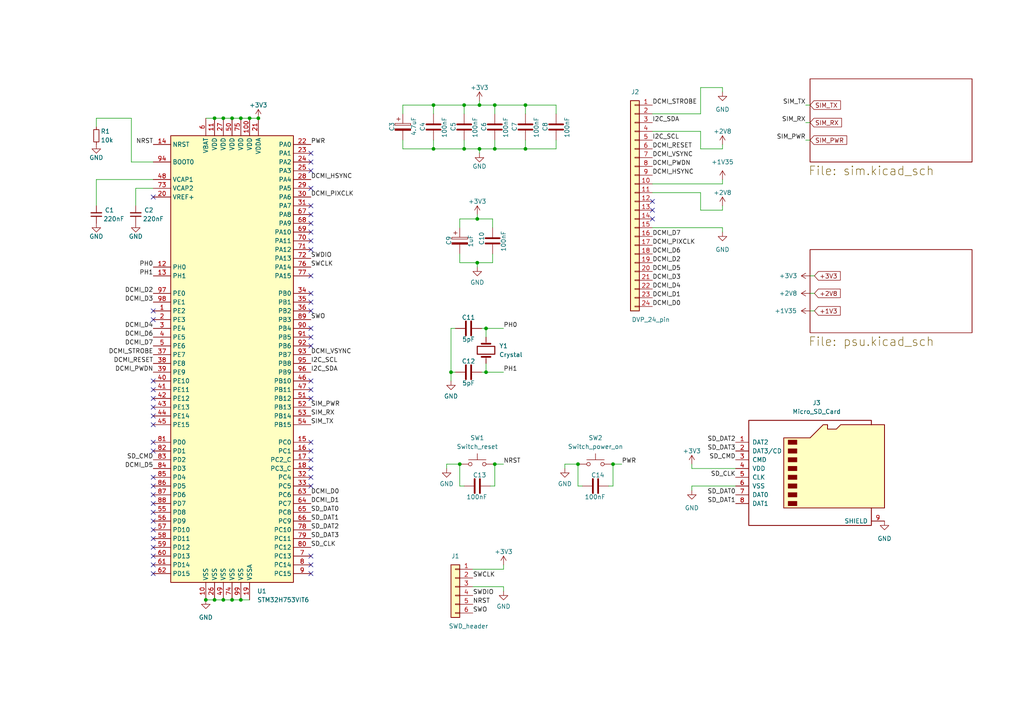
<source format=kicad_sch>
(kicad_sch (version 20230121) (generator eeschema)
  (paper "A4")
  (title_block (title "Mobile camera") (date "2023-11-21") (rev "1.0") (company "Politechnika Poznańska") (comment 1 "Mateusz Koza & Krzysztof Witkowski") (comment 2 "PUEiE project"))
  (lib_symbols
    (symbol "Connector:Micro_SD_Card" (pin_names (offset 1.016))
      (property "Reference" "J" (at -16.51 15.24 0))
      (property "Value" "Micro_SD_Card" (at 16.51 15.24 0))
      (symbol "Micro_SD_Card_0_1"
        (rectangle (start -7.62 -9.525) (end -5.08 -10.795) (fill (type outline)))
        (rectangle (start -7.62 -6.985) (end -5.08 -8.255) (fill (type outline)))
        (rectangle (start -7.62 -4.445) (end -5.08 -5.715) (fill (type outline)))
        (rectangle (start -7.62 -1.905) (end -5.08 -3.175) (fill (type outline)))
        (rectangle (start -7.62 0.635) (end -5.08 -0.635) (fill (type outline)))
        (rectangle (start -7.62 3.175) (end -5.08 1.905) (fill (type outline)))
        (rectangle (start -7.62 5.715) (end -5.08 4.445) (fill (type outline)))
        (rectangle (start -7.62 8.255) (end -5.08 6.985) (fill (type outline)))
        (polyline (pts (xy 16.51 12.7) (xy 16.51 13.97) (xy -19.05 13.97) (xy -19.05 -16.51) (xy 16.51 -16.51) (xy 16.51 -11.43)) (stroke (width 0.254)))
        (polyline (pts (xy -8.89 -11.43) (xy -8.89 8.89) (xy -1.27 8.89) (xy 2.54 12.7) (xy 3.81 12.7) (xy 3.81 11.43) (xy 6.35 11.43) (xy 7.62 12.7) (xy 20.32 12.7) (xy 20.32 -11.43) (xy -8.89 -11.43)) (stroke (width 0.254)) (fill (type background)))
      )
      (symbol "Micro_SD_Card_1_1"
        (pin bidirectional line (at -22.86 7.62 0) (length 3.81) (name "DAT2") (number "1"))
        (pin bidirectional line (at -22.86 5.08 0) (length 3.81) (name "DAT3/CD") (number "2"))
        (pin input line (at -22.86 2.54 0) (length 3.81) (name "CMD") (number "3"))
        (pin power_in line (at -22.86 0 0) (length 3.81) (name "VDD") (number "4"))
        (pin input line (at -22.86 -2.54 0) (length 3.81) (name "CLK") (number "5"))
        (pin power_in line (at -22.86 -5.08 0) (length 3.81) (name "VSS") (number "6"))
        (pin bidirectional line (at -22.86 -7.62 0) (length 3.81) (name "DAT0") (number "7"))
        (pin bidirectional line (at -22.86 -10.16 0) (length 3.81) (name "DAT1") (number "8"))
        (pin passive line (at 20.32 -15.24 180) (length 3.81) (name "SHIELD") (number "9"))
      )
    )
    (symbol "Connector_Generic:Conn_01x06" (pin_names (offset 1.016) hide)
      (property "Reference" "J" (at 0 7.62 0))
      (property "Value" "Conn_01x06" (at 0 -10.16 0))
      (symbol "Conn_01x06_1_1"
        (rectangle (start -1.27 -7.493) (end 0 -7.747) (stroke (width 0.1524)))
        (rectangle (start -1.27 -4.953) (end 0 -5.207) (stroke (width 0.1524)))
        (rectangle (start -1.27 -2.413) (end 0 -2.667) (stroke (width 0.1524)))
        (rectangle (start -1.27 0.127) (end 0 -0.127) (stroke (width 0.1524)))
        (rectangle (start -1.27 2.667) (end 0 2.413) (stroke (width 0.1524)))
        (rectangle (start -1.27 5.207) (end 0 4.953) (stroke (width 0.1524)))
        (rectangle (start -1.27 6.35) (end 1.27 -8.89) (stroke (width 0.254)) (fill (type background)))
        (pin passive line (at -5.08 5.08 0) (length 3.81) (name "Pin_1") (number "1"))
        (pin passive line (at -5.08 2.54 0) (length 3.81) (name "Pin_2") (number "2"))
        (pin passive line (at -5.08 0 0) (length 3.81) (name "Pin_3") (number "3"))
        (pin passive line (at -5.08 -2.54 0) (length 3.81) (name "Pin_4") (number "4"))
        (pin passive line (at -5.08 -5.08 0) (length 3.81) (name "Pin_5") (number "5"))
        (pin passive line (at -5.08 -7.62 0) (length 3.81) (name "Pin_6") (number "6"))
      )
    )
    (symbol "Connector_Generic:Conn_01x24" (pin_names (offset 1.016) hide)
      (property "Reference" "J" (at 0 30.48 0))
      (property "Value" "Conn_01x24" (at 0 -33.02 0))
      (symbol "Conn_01x24_1_1"
        (rectangle (start -1.27 -30.353) (end 0 -30.607) (stroke (width 0.1524)))
        (rectangle (start -1.27 -27.813) (end 0 -28.067) (stroke (width 0.1524)))
        (rectangle (start -1.27 -25.273) (end 0 -25.527) (stroke (width 0.1524)))
        (rectangle (start -1.27 -22.733) (end 0 -22.987) (stroke (width 0.1524)))
        (rectangle (start -1.27 -20.193) (end 0 -20.447) (stroke (width 0.1524)))
        (rectangle (start -1.27 -17.653) (end 0 -17.907) (stroke (width 0.1524)))
        (rectangle (start -1.27 -15.113) (end 0 -15.367) (stroke (width 0.1524)))
        (rectangle (start -1.27 -12.573) (end 0 -12.827) (stroke (width 0.1524)))
        (rectangle (start -1.27 -10.033) (end 0 -10.287) (stroke (width 0.1524)))
        (rectangle (start -1.27 -7.493) (end 0 -7.747) (stroke (width 0.1524)))
        (rectangle (start -1.27 -4.953) (end 0 -5.207) (stroke (width 0.1524)))
        (rectangle (start -1.27 -2.413) (end 0 -2.667) (stroke (width 0.1524)))
        (rectangle (start -1.27 0.127) (end 0 -0.127) (stroke (width 0.1524)))
        (rectangle (start -1.27 2.667) (end 0 2.413) (stroke (width 0.1524)))
        (rectangle (start -1.27 5.207) (end 0 4.953) (stroke (width 0.1524)))
        (rectangle (start -1.27 7.747) (end 0 7.493) (stroke (width 0.1524)))
        (rectangle (start -1.27 10.287) (end 0 10.033) (stroke (width 0.1524)))
        (rectangle (start -1.27 12.827) (end 0 12.573) (stroke (width 0.1524)))
        (rectangle (start -1.27 15.367) (end 0 15.113) (stroke (width 0.1524)))
        (rectangle (start -1.27 17.907) (end 0 17.653) (stroke (width 0.1524)))
        (rectangle (start -1.27 20.447) (end 0 20.193) (stroke (width 0.1524)))
        (rectangle (start -1.27 22.987) (end 0 22.733) (stroke (width 0.1524)))
        (rectangle (start -1.27 25.527) (end 0 25.273) (stroke (width 0.1524)))
        (rectangle (start -1.27 28.067) (end 0 27.813) (stroke (width 0.1524)))
        (rectangle (start -1.27 29.21) (end 1.27 -31.75) (stroke (width 0.254)) (fill (type background)))
        (pin passive line (at -5.08 27.94 0) (length 3.81) (name "Pin_1") (number "1"))
        (pin passive line (at -5.08 5.08 0) (length 3.81) (name "Pin_10") (number "10"))
        (pin passive line (at -5.08 2.54 0) (length 3.81) (name "Pin_11") (number "11"))
        (pin passive line (at -5.08 0 0) (length 3.81) (name "Pin_12") (number "12"))
        (pin passive line (at -5.08 -2.54 0) (length 3.81) (name "Pin_13") (number "13"))
        (pin passive line (at -5.08 -5.08 0) (length 3.81) (name "Pin_14") (number "14"))
        (pin passive line (at -5.08 -7.62 0) (length 3.81) (name "Pin_15") (number "15"))
        (pin passive line (at -5.08 -10.16 0) (length 3.81) (name "Pin_16") (number "16"))
        (pin passive line (at -5.08 -12.7 0) (length 3.81) (name "Pin_17") (number "17"))
        (pin passive line (at -5.08 -15.24 0) (length 3.81) (name "Pin_18") (number "18"))
        (pin passive line (at -5.08 -17.78 0) (length 3.81) (name "Pin_19") (number "19"))
        (pin passive line (at -5.08 25.4 0) (length 3.81) (name "Pin_2") (number "2"))
        (pin passive line (at -5.08 -20.32 0) (length 3.81) (name "Pin_20") (number "20"))
        (pin passive line (at -5.08 -22.86 0) (length 3.81) (name "Pin_21") (number "21"))
        (pin passive line (at -5.08 -25.4 0) (length 3.81) (name "Pin_22") (number "22"))
        (pin passive line (at -5.08 -27.94 0) (length 3.81) (name "Pin_23") (number "23"))
        (pin passive line (at -5.08 -30.48 0) (length 3.81) (name "Pin_24") (number "24"))
        (pin passive line (at -5.08 22.86 0) (length 3.81) (name "Pin_3") (number "3"))
        (pin passive line (at -5.08 20.32 0) (length 3.81) (name "Pin_4") (number "4"))
        (pin passive line (at -5.08 17.78 0) (length 3.81) (name "Pin_5") (number "5"))
        (pin passive line (at -5.08 15.24 0) (length 3.81) (name "Pin_6") (number "6"))
        (pin passive line (at -5.08 12.7 0) (length 3.81) (name "Pin_7") (number "7"))
        (pin passive line (at -5.08 10.16 0) (length 3.81) (name "Pin_8") (number "8"))
        (pin passive line (at -5.08 7.62 0) (length 3.81) (name "Pin_9") (number "9"))
      )
    )
    (symbol "Device:C" (pin_numbers hide) (pin_names (offset 0.254))
      (property "Reference" "C" (at 0.635 2.54 0))
      (property "Value" "C" (at 0.635 -2.54 0))
      (symbol "C_0_1"
        (polyline (pts (xy -2.032 -0.762) (xy 2.032 -0.762)) (stroke (width 0.508)))
        (polyline (pts (xy -2.032 0.762) (xy 2.032 0.762)) (stroke (width 0.508)))
      )
      (symbol "C_1_1"
        (pin passive line (at 0 3.81 270) (length 2.794) (name "~") (number "1"))
        (pin passive line (at 0 -3.81 90) (length 2.794) (name "~") (number "2"))
      )
    )
    (symbol "Device:C_Polarized" (pin_numbers hide) (pin_names (offset 0.254))
      (property "Reference" "C" (at 0.635 2.54 0))
      (property "Value" "C_Polarized" (at 0.635 -2.54 0))
      (symbol "C_Polarized_0_1"
        (rectangle (start -2.286 0.508) (end 2.286 1.016))
        (polyline (pts (xy -1.778 2.286) (xy -0.762 2.286)))
        (polyline (pts (xy -1.27 2.794) (xy -1.27 1.778)))
        (rectangle (start 2.286 -0.508) (end -2.286 -1.016) (fill (type outline)))
      )
      (symbol "C_Polarized_1_1"
        (pin passive line (at 0 3.81 270) (length 2.794) (name "~") (number "1"))
        (pin passive line (at 0 -3.81 90) (length 2.794) (name "~") (number "2"))
      )
    )
    (symbol "Device:C_Small" (pin_numbers hide) (pin_names (offset 0.254) hide)
      (property "Reference" "C" (at 0.254 1.778 0))
      (property "Value" "C_Small" (at 0.254 -2.032 0))
      (symbol "C_Small_0_1"
        (polyline (pts (xy -1.524 -0.508) (xy 1.524 -0.508)) (stroke (width 0.3302)))
        (polyline (pts (xy -1.524 0.508) (xy 1.524 0.508)) (stroke (width 0.3048)))
      )
      (symbol "C_Small_1_1"
        (pin passive line (at 0 2.54 270) (length 2.032) (name "~") (number "1"))
        (pin passive line (at 0 -2.54 90) (length 2.032) (name "~") (number "2"))
      )
    )
    (symbol "Device:Crystal" (pin_numbers hide) (pin_names (offset 1.016) hide)
      (property "Reference" "Y" (at 0 3.81 0))
      (property "Value" "Crystal" (at 0 -3.81 0))
      (symbol "Crystal_0_1"
        (rectangle (start -1.143 2.54) (end 1.143 -2.54) (stroke (width 0.3048)))
        (polyline (pts (xy -2.54 0) (xy -1.905 0)))
        (polyline (pts (xy -1.905 -1.27) (xy -1.905 1.27)) (stroke (width 0.508)))
        (polyline (pts (xy 1.905 -1.27) (xy 1.905 1.27)) (stroke (width 0.508)))
        (polyline (pts (xy 2.54 0) (xy 1.905 0)))
      )
      (symbol "Crystal_1_1"
        (pin passive line (at -3.81 0 0) (length 1.27) (name "1") (number "1"))
        (pin passive line (at 3.81 0 180) (length 1.27) (name "2") (number "2"))
      )
    )
    (symbol "Device:R_Small" (pin_numbers hide) (pin_names (offset 0.254) hide)
      (property "Reference" "R" (at 0.762 0.508 0))
      (property "Value" "R_Small" (at 0.762 -1.016 0))
      (symbol "R_Small_0_1"
        (rectangle (start -0.762 1.778) (end 0.762 -1.778) (stroke (width 0.2032)))
      )
      (symbol "R_Small_1_1"
        (pin passive line (at 0 2.54 270) (length 0.762) (name "~") (number "1"))
        (pin passive line (at 0 -2.54 90) (length 0.762) (name "~") (number "2"))
      )
    )
    (symbol "MCU_ST_STM32H7:STM32H753VITx"
      (property "Reference" "U1" (at 7.0994 -68.58 0))
      (property "Value" "STM32H753VITx" (at 7.0994 -71.12 0))
      (symbol "STM32H753VITx_0_1"
        (rectangle (start -17.78 -66.04) (end 17.78 63.5) (stroke (width 0.254)) (fill (type background)))
      )
      (symbol "STM32H753VITx_1_1"
        (pin bidirectional line (at -22.86 12.7 0) (length 5.08) (name "PE2") (number "1"))
        (pin power_in line (at -7.62 -71.12 90) (length 5.08) (name "VSS") (number "10"))
        (pin power_in line (at 5.08 68.58 270) (length 5.08) (name "VDD") (number "100"))
        (pin power_in line (at -5.08 68.58 270) (length 5.08) (name "VDD") (number "11"))
        (pin input line (at -22.86 25.4 0) (length 5.08) (name "PH0") (number "12"))
        (pin input line (at -22.86 22.86 0) (length 5.08) (name "PH1") (number "13"))
        (pin input line (at -22.86 60.96 0) (length 5.08) (name "NRST") (number "14"))
        (pin bidirectional line (at 22.86 -25.4 180) (length 5.08) (name "PC0") (number "15"))
        (pin bidirectional line (at 22.86 -27.94 180) (length 5.08) (name "PC1") (number "16"))
        (pin bidirectional line (at 22.86 -30.48 180) (length 5.08) (name "PC2_C") (number "17"))
        (pin bidirectional line (at 22.86 -33.02 180) (length 5.08) (name "PC3_C") (number "18"))
        (pin power_in line (at 5.08 -71.12 90) (length 5.08) (name "VSSA") (number "19"))
        (pin bidirectional line (at -22.86 10.16 0) (length 5.08) (name "PE3") (number "2"))
        (pin bidirectional line (at -22.86 45.72 0) (length 5.08) (name "VREF+") (number "20"))
        (pin power_in line (at 7.62 68.58 270) (length 5.08) (name "VDDA") (number "21"))
        (pin bidirectional line (at 22.86 60.96 180) (length 5.08) (name "PA0") (number "22"))
        (pin bidirectional line (at 22.86 58.42 180) (length 5.08) (name "PA1") (number "23"))
        (pin bidirectional line (at 22.86 55.88 180) (length 5.08) (name "PA2") (number "24"))
        (pin bidirectional line (at 22.86 53.34 180) (length 5.08) (name "PA3") (number "25"))
        (pin power_in line (at -5.08 -71.12 90) (length 5.08) (name "VSS") (number "26"))
        (pin power_in line (at -2.54 68.58 270) (length 5.08) (name "VDD") (number "27"))
        (pin bidirectional line (at 22.86 50.8 180) (length 5.08) (name "PA4") (number "28"))
        (pin bidirectional line (at 22.86 48.26 180) (length 5.08) (name "PA5") (number "29"))
        (pin bidirectional line (at -22.86 7.62 0) (length 5.08) (name "PE4") (number "3"))
        (pin bidirectional line (at 22.86 45.72 180) (length 5.08) (name "PA6") (number "30"))
        (pin bidirectional line (at 22.86 43.18 180) (length 5.08) (name "PA7") (number "31"))
        (pin bidirectional line (at 22.86 -35.56 180) (length 5.08) (name "PC4") (number "32"))
        (pin bidirectional line (at 22.86 -38.1 180) (length 5.08) (name "PC5") (number "33"))
        (pin bidirectional line (at 22.86 17.78 180) (length 5.08) (name "PB0") (number "34"))
        (pin bidirectional line (at 22.86 15.24 180) (length 5.08) (name "PB1") (number "35"))
        (pin bidirectional line (at 22.86 12.7 180) (length 5.08) (name "PB2") (number "36"))
        (pin bidirectional line (at -22.86 0 0) (length 5.08) (name "PE7") (number "37"))
        (pin bidirectional line (at -22.86 -2.54 0) (length 5.08) (name "PE8") (number "38"))
        (pin bidirectional line (at -22.86 -5.08 0) (length 5.08) (name "PE9") (number "39"))
        (pin bidirectional line (at -22.86 5.08 0) (length 5.08) (name "PE5") (number "4"))
        (pin bidirectional line (at -22.86 -7.62 0) (length 5.08) (name "PE10") (number "40"))
        (pin bidirectional line (at -22.86 -10.16 0) (length 5.08) (name "PE11") (number "41"))
        (pin bidirectional line (at -22.86 -12.7 0) (length 5.08) (name "PE12") (number "42"))
        (pin bidirectional line (at -22.86 -15.24 0) (length 5.08) (name "PE13") (number "43"))
        (pin bidirectional line (at -22.86 -17.78 0) (length 5.08) (name "PE14") (number "44"))
        (pin bidirectional line (at -22.86 -20.32 0) (length 5.08) (name "PE15") (number "45"))
        (pin bidirectional line (at 22.86 -7.62 180) (length 5.08) (name "PB10") (number "46"))
        (pin bidirectional line (at 22.86 -10.16 180) (length 5.08) (name "PB11") (number "47"))
        (pin power_out line (at -22.86 50.8 0) (length 5.08) (name "VCAP1") (number "48"))
        (pin power_in line (at -2.54 -71.12 90) (length 5.08) (name "VSS") (number "49"))
        (pin bidirectional line (at -22.86 2.54 0) (length 5.08) (name "PE6") (number "5"))
        (pin power_in line (at 0 68.58 270) (length 5.08) (name "VDD") (number "50"))
        (pin bidirectional line (at 22.86 -12.7 180) (length 5.08) (name "PB12") (number "51"))
        (pin bidirectional line (at 22.86 -15.24 180) (length 5.08) (name "PB13") (number "52"))
        (pin bidirectional line (at 22.86 -17.78 180) (length 5.08) (name "PB14") (number "53"))
        (pin bidirectional line (at 22.86 -20.32 180) (length 5.08) (name "PB15") (number "54"))
        (pin bidirectional line (at -22.86 -45.72 0) (length 5.08) (name "PD8") (number "55"))
        (pin bidirectional line (at -22.86 -48.26 0) (length 5.08) (name "PD9") (number "56"))
        (pin bidirectional line (at -22.86 -50.8 0) (length 5.08) (name "PD10") (number "57"))
        (pin bidirectional line (at -22.86 -53.34 0) (length 5.08) (name "PD11") (number "58"))
        (pin bidirectional line (at -22.86 -55.88 0) (length 5.08) (name "PD12") (number "59"))
        (pin power_in line (at -7.62 68.58 270) (length 5.08) (name "VBAT") (number "6"))
        (pin bidirectional line (at -22.86 -58.42 0) (length 5.08) (name "PD13") (number "60"))
        (pin bidirectional line (at -22.86 -60.96 0) (length 5.08) (name "PD14") (number "61"))
        (pin bidirectional line (at -22.86 -63.5 0) (length 5.08) (name "PD15") (number "62"))
        (pin bidirectional line (at 22.86 -40.64 180) (length 5.08) (name "PC6") (number "63"))
        (pin bidirectional line (at 22.86 -43.18 180) (length 5.08) (name "PC7") (number "64"))
        (pin bidirectional line (at 22.86 -45.72 180) (length 5.08) (name "PC8") (number "65"))
        (pin bidirectional line (at 22.86 -48.26 180) (length 5.08) (name "PC9") (number "66"))
        (pin bidirectional line (at 22.86 40.64 180) (length 5.08) (name "PA8") (number "67"))
        (pin bidirectional line (at 22.86 38.1 180) (length 5.08) (name "PA9") (number "68"))
        (pin bidirectional line (at 22.86 35.56 180) (length 5.08) (name "PA10") (number "69"))
        (pin bidirectional line (at 22.86 -58.42 180) (length 5.08) (name "PC13") (number "7"))
        (pin bidirectional line (at 22.86 33.02 180) (length 5.08) (name "PA11") (number "70"))
        (pin bidirectional line (at 22.86 30.48 180) (length 5.08) (name "PA12") (number "71"))
        (pin bidirectional line (at 22.86 27.94 180) (length 5.08) (name "PA13") (number "72"))
        (pin power_out line (at -22.86 48.26 0) (length 5.08) (name "VCAP2") (number "73"))
        (pin power_in line (at 0 -71.12 90) (length 5.08) (name "VSS") (number "74"))
        (pin power_in line (at 2.54 68.58 270) (length 5.08) (name "VDD") (number "75"))
        (pin bidirectional line (at 22.86 25.4 180) (length 5.08) (name "PA14") (number "76"))
        (pin bidirectional line (at 22.86 22.86 180) (length 5.08) (name "PA15") (number "77"))
        (pin bidirectional line (at 22.86 -50.8 180) (length 5.08) (name "PC10") (number "78"))
        (pin bidirectional line (at 22.86 -53.34 180) (length 5.08) (name "PC11") (number "79"))
        (pin bidirectional line (at 22.86 -60.96 180) (length 5.08) (name "PC14") (number "8"))
        (pin bidirectional line (at 22.86 -55.88 180) (length 5.08) (name "PC12") (number "80"))
        (pin bidirectional line (at -22.86 -25.4 0) (length 5.08) (name "PD0") (number "81"))
        (pin bidirectional line (at -22.86 -27.94 0) (length 5.08) (name "PD1") (number "82"))
        (pin bidirectional line (at -22.86 -30.48 0) (length 5.08) (name "PD2") (number "83"))
        (pin bidirectional line (at -22.86 -33.02 0) (length 5.08) (name "PD3") (number "84"))
        (pin bidirectional line (at -22.86 -35.56 0) (length 5.08) (name "PD4") (number "85"))
        (pin bidirectional line (at -22.86 -38.1 0) (length 5.08) (name "PD5") (number "86"))
        (pin bidirectional line (at -22.86 -40.64 0) (length 5.08) (name "PD6") (number "87"))
        (pin bidirectional line (at -22.86 -43.18 0) (length 5.08) (name "PD7") (number "88"))
        (pin bidirectional line (at 22.86 10.16 180) (length 5.08) (name "PB3") (number "89"))
        (pin bidirectional line (at 22.86 -63.5 180) (length 5.08) (name "PC15") (number "9"))
        (pin bidirectional line (at 22.86 7.62 180) (length 5.08) (name "PB4") (number "90"))
        (pin bidirectional line (at 22.86 5.08 180) (length 5.08) (name "PB5") (number "91"))
        (pin bidirectional line (at 22.86 2.54 180) (length 5.08) (name "PB6") (number "92"))
        (pin bidirectional line (at 22.86 0 180) (length 5.08) (name "PB7") (number "93"))
        (pin input line (at -22.86 55.88 0) (length 5.08) (name "BOOT0") (number "94"))
        (pin bidirectional line (at 22.86 -2.54 180) (length 5.08) (name "PB8") (number "95"))
        (pin bidirectional line (at 22.86 -5.08 180) (length 5.08) (name "PB9") (number "96"))
        (pin bidirectional line (at -22.86 17.78 0) (length 5.08) (name "PE0") (number "97"))
        (pin bidirectional line (at -22.86 15.24 0) (length 5.08) (name "PE1") (number "98"))
        (pin power_in line (at 2.54 -71.12 90) (length 5.08) (name "VSS") (number "99"))
      )
    )
    (symbol "Switch:SW_MEC_5G" (pin_numbers hide) (pin_names (offset 1.016) hide)
      (property "Reference" "SW" (at 1.27 2.54 0))
      (property "Value" "SW_MEC_5G" (at 0 -1.524 0))
      (symbol "SW_MEC_5G_0_1"
        (circle (center -2.032 0) (radius 0.508))
        (polyline (pts (xy 0 1.27) (xy 0 3.048)))
        (polyline (pts (xy 2.54 1.27) (xy -2.54 1.27)))
        (circle (center 2.032 0) (radius 0.508))
        (pin passive line (at -5.08 0 0) (length 2.54) (name "A") (number "1"))
        (pin passive line (at 5.08 0 180) (length 2.54) (name "B") (number "3"))
      )
      (symbol "SW_MEC_5G_1_1"
        (pin passive line (at -5.08 0 0) (length 2.54) hide (name "A") (number "2"))
        (pin passive line (at 5.08 0 180) (length 2.54) hide (name "B") (number "4"))
      )
    )
    (symbol "power:+1V35" (power) (pin_names (offset 0))
      (property "Value" "+1V35" (at 0 3.556 0))
      (symbol "+1V35_0_1"
        (polyline (pts (xy -0.762 1.27) (xy 0 2.54)))
        (polyline (pts (xy 0 0) (xy 0 2.54)))
        (polyline (pts (xy 0 2.54) (xy 0.762 1.27)))
      )
      (symbol "+1V35_1_1"
        (pin power_in line (at 0 0 90) (length 0) hide (name "+1V35") (number "1"))
      )
    )
    (symbol "power:+2V8" (power) (pin_names (offset 0))
      (property "Value" "+2V8" (at 0 3.556 0))
      (symbol "+2V8_0_1"
        (polyline (pts (xy -0.762 1.27) (xy 0 2.54)))
        (polyline (pts (xy 0 0) (xy 0 2.54)))
        (polyline (pts (xy 0 2.54) (xy 0.762 1.27)))
      )
      (symbol "+2V8_1_1"
        (pin power_in line (at 0 0 90) (length 0) hide (name "+2V8") (number "1"))
      )
    )
    (symbol "power:+3V3" (power) (pin_names (offset 0))
      (property "Value" "+3V3" (at 0 3.556 0))
      (symbol "+3V3_0_1"
        (polyline (pts (xy -0.762 1.27) (xy 0 2.54)))
        (polyline (pts (xy 0 0) (xy 0 2.54)))
        (polyline (pts (xy 0 2.54) (xy 0.762 1.27)))
      )
      (symbol "+3V3_1_1"
        (pin power_in line (at 0 0 90) (length 0) hide (name "+3V3") (number "1"))
      )
    )
    (symbol "power:GND" (power) (pin_names (offset 0))
      (property "Value" "GND" (at 0 -3.81 0))
      (symbol "GND_0_1"
        (polyline (pts (xy 0 0) (xy 0 -1.27) (xy 1.27 -1.27) (xy 0 -2.54) (xy -1.27 -1.27) (xy 0 -1.27)))
      )
      (symbol "GND_1_1"
        (pin power_in line (at 0 0 270) (length 0) hide (name "GND") (number "1"))
      )
    )
  )
  (junction (at 177.8 134.62))
  (junction (at 125.73 43.18))
  (junction (at 143.51 43.18))
  (junction (at 138.43 76.2))
  (junction (at 139.065 43.18))
  (junction (at 74.93 34.29))
  (junction (at 125.73 30.48))
  (junction (at 143.51 134.62))
  (junction (at 62.23 173.99))
  (junction (at 143.51 30.48))
  (junction (at 67.31 34.29))
  (junction (at 130.81 107.95))
  (junction (at 134.62 43.18))
  (junction (at 140.97 107.95))
  (junction (at 59.69 173.99))
  (junction (at 69.85 173.99))
  (junction (at 64.77 34.29))
  (junction (at 139.065 30.48))
  (junction (at 152.4 30.48))
  (junction (at 64.77 173.99))
  (junction (at 138.43 63.5))
  (junction (at 133.35 134.62))
  (junction (at 69.85 34.29))
  (junction (at 72.39 34.29))
  (junction (at 152.4 43.18))
  (junction (at 140.97 95.25))
  (junction (at 134.62 30.48))
  (junction (at 167.64 134.62))
  (junction (at 67.31 173.99))
  (junction (at 62.23 34.29))
  (no_connect (at 90.17 87.63))
  (no_connect (at 44.45 138.43))
  (no_connect (at 44.45 118.11))
  (no_connect (at 90.17 59.69))
  (no_connect (at 90.17 44.45))
  (no_connect (at 44.45 156.21))
  (no_connect (at 44.45 123.19))
  (no_connect (at 90.17 67.31))
  (no_connect (at 90.17 85.09))
  (no_connect (at 90.17 128.27))
  (no_connect (at 90.17 64.77))
  (no_connect (at 44.45 153.67))
  (no_connect (at 44.45 128.27))
  (no_connect (at 44.45 158.75))
  (no_connect (at 44.45 146.05))
  (no_connect (at 90.17 100.33))
  (no_connect (at 44.45 92.71))
  (no_connect (at 90.17 54.61))
  (no_connect (at 90.17 115.57))
  (no_connect (at 90.17 95.25))
  (no_connect (at 189.23 58.42))
  (no_connect (at 90.17 69.85))
  (no_connect (at 189.23 63.5))
  (no_connect (at 90.17 166.37))
  (no_connect (at 44.45 110.49))
  (no_connect (at 44.45 166.37))
  (no_connect (at 90.17 135.89))
  (no_connect (at 44.45 163.83))
  (no_connect (at 44.45 148.59))
  (no_connect (at 90.17 80.01))
  (no_connect (at 90.17 130.81))
  (no_connect (at 44.45 57.15))
  (no_connect (at 44.45 120.65))
  (no_connect (at 189.23 60.96))
  (no_connect (at 44.45 143.51))
  (no_connect (at 44.45 90.17))
  (no_connect (at 90.17 62.23))
  (no_connect (at 90.17 113.03))
  (no_connect (at 44.45 140.97))
  (no_connect (at 90.17 140.97))
  (no_connect (at 90.17 49.53))
  (no_connect (at 90.17 138.43))
  (no_connect (at 90.17 90.17))
  (no_connect (at 90.17 97.79))
  (no_connect (at 90.17 46.99))
  (no_connect (at 90.17 72.39))
  (no_connect (at 44.45 115.57))
  (no_connect (at 90.17 110.49))
  (no_connect (at 90.17 161.29))
  (no_connect (at 44.45 161.29))
  (no_connect (at 44.45 130.81))
  (no_connect (at 90.17 133.35))
  (no_connect (at 90.17 163.83))
  (no_connect (at 44.45 113.03))
  (no_connect (at 44.45 151.13))
  (wire (pts (xy 146.05 165.1) (xy 137.16 165.1)))
  (wire (pts (xy 38.1 34.29) (xy 27.94 34.29)))
  (wire (pts (xy 116.84 43.18) (xy 125.73 43.18)))
  (wire (pts (xy 134.62 30.48) (xy 134.62 33.02)))
  (wire (pts (xy 168.91 140.97) (xy 167.64 140.97)))
  (wire (pts (xy 146.05 134.62) (xy 143.51 134.62)))
  (wire (pts (xy 27.94 34.29) (xy 27.94 36.83)))
  (wire (pts (xy 130.81 107.95) (xy 132.08 107.95)))
  (wire (pts (xy 167.64 134.62) (xy 167.64 140.97)))
  (wire (pts (xy 139.065 30.48) (xy 143.51 30.48)))
  (wire (pts (xy 203.2 25.4) (xy 203.2 33.02)))
  (wire (pts (xy 129.54 135.89) (xy 129.54 134.62)))
  (wire (pts (xy 143.51 140.97) (xy 142.24 140.97)))
  (wire (pts (xy 44.45 52.07) (xy 27.94 52.07)))
  (wire (pts (xy 143.51 30.48) (xy 152.4 30.48)))
  (wire (pts (xy 133.35 76.2) (xy 138.43 76.2)))
  (wire (pts (xy 200.66 140.97) (xy 213.36 140.97)))
  (wire (pts (xy 67.31 34.29) (xy 69.85 34.29)))
  (wire (pts (xy 143.51 40.64) (xy 143.51 43.18)))
  (wire (pts (xy 133.35 134.62) (xy 133.35 140.97)))
  (wire (pts (xy 142.875 63.5) (xy 138.43 63.5)))
  (wire (pts (xy 200.66 135.89) (xy 213.36 135.89)))
  (wire (pts (xy 134.62 40.64) (xy 134.62 43.18)))
  (wire (pts (xy 39.37 54.61) (xy 39.37 59.69)))
  (wire (pts (xy 143.51 140.97) (xy 143.51 134.62)))
  (wire (pts (xy 142.875 76.2) (xy 142.875 73.66)))
  (wire (pts (xy 69.85 173.99) (xy 72.39 173.99)))
  (wire (pts (xy 129.54 134.62) (xy 133.35 134.62)))
  (wire (pts (xy 146.05 163.83) (xy 146.05 165.1)))
  (wire (pts (xy 125.73 30.48) (xy 125.73 33.02)))
  (wire (pts (xy 27.94 52.07) (xy 27.94 59.69)))
  (wire (pts (xy 138.43 76.2) (xy 138.43 77.47)))
  (wire (pts (xy 62.23 173.99) (xy 64.77 173.99)))
  (wire (pts (xy 67.31 173.99) (xy 69.85 173.99)))
  (wire (pts (xy 139.7 95.25) (xy 140.97 95.25)))
  (wire (pts (xy 209.55 53.34) (xy 189.23 53.34)))
  (wire (pts (xy 133.35 73.66) (xy 133.35 76.2)))
  (wire (pts (xy 209.55 26.67) (xy 209.55 25.4)))
  (wire (pts (xy 133.35 63.5) (xy 133.35 66.04)))
  (wire (pts (xy 233.68 40.64) (xy 234.95 40.64)))
  (wire (pts (xy 163.83 135.89) (xy 163.83 134.62)))
  (wire (pts (xy 72.39 34.29) (xy 74.93 34.29)))
  (wire (pts (xy 139.7 107.95) (xy 140.97 107.95)))
  (wire (pts (xy 146.05 170.18) (xy 146.05 171.45)))
  (wire (pts (xy 209.55 67.31) (xy 209.55 66.04)))
  (wire (pts (xy 64.77 34.29) (xy 67.31 34.29)))
  (wire (pts (xy 44.45 46.99) (xy 38.1 46.99)))
  (wire (pts (xy 234.95 90.17) (xy 236.22 90.17)))
  (wire (pts (xy 233.68 30.48) (xy 234.95 30.48)))
  (wire (pts (xy 138.43 63.5) (xy 133.35 63.5)))
  (wire (pts (xy 116.84 33.02) (xy 116.84 30.48)))
  (wire (pts (xy 189.23 55.88) (xy 203.2 55.88)))
  (wire (pts (xy 143.51 33.02) (xy 143.51 30.48)))
  (wire (pts (xy 234.95 80.01) (xy 236.22 80.01)))
  (wire (pts (xy 139.065 43.18) (xy 139.065 44.45)))
  (wire (pts (xy 64.77 173.99) (xy 67.31 173.99)))
  (wire (pts (xy 134.62 30.48) (xy 139.065 30.48)))
  (wire (pts (xy 177.8 140.97) (xy 176.53 140.97)))
  (wire (pts (xy 125.73 43.18) (xy 134.62 43.18)))
  (wire (pts (xy 152.4 40.64) (xy 152.4 43.18)))
  (wire (pts (xy 38.1 46.99) (xy 38.1 34.29)))
  (wire (pts (xy 142.875 66.04) (xy 142.875 63.5)))
  (wire (pts (xy 189.23 38.1) (xy 203.2 38.1)))
  (wire (pts (xy 125.73 40.64) (xy 125.73 43.18)))
  (wire (pts (xy 234.95 85.09) (xy 236.22 85.09)))
  (wire (pts (xy 59.69 173.99) (xy 62.23 173.99)))
  (wire (pts (xy 62.23 34.29) (xy 64.77 34.29)))
  (wire (pts (xy 163.83 134.62) (xy 167.64 134.62)))
  (wire (pts (xy 203.2 60.96) (xy 203.2 55.88)))
  (wire (pts (xy 130.81 95.25) (xy 132.08 95.25)))
  (wire (pts (xy 116.84 40.64) (xy 116.84 43.18)))
  (wire (pts (xy 209.55 43.18) (xy 209.55 41.91)))
  (wire (pts (xy 152.4 43.18) (xy 161.29 43.18)))
  (wire (pts (xy 233.68 35.56) (xy 234.95 35.56)))
  (wire (pts (xy 180.34 134.62) (xy 177.8 134.62)))
  (wire (pts (xy 130.81 110.49) (xy 130.81 107.95)))
  (wire (pts (xy 161.29 30.48) (xy 161.29 33.02)))
  (wire (pts (xy 177.8 140.97) (xy 177.8 134.62)))
  (wire (pts (xy 143.51 43.18) (xy 152.4 43.18)))
  (wire (pts (xy 203.2 43.18) (xy 209.55 43.18)))
  (wire (pts (xy 125.73 30.48) (xy 134.62 30.48)))
  (wire (pts (xy 116.84 30.48) (xy 125.73 30.48)))
  (wire (pts (xy 161.29 43.18) (xy 161.29 40.64)))
  (wire (pts (xy 203.2 38.1) (xy 203.2 43.18)))
  (wire (pts (xy 200.66 134.62) (xy 200.66 135.89)))
  (wire (pts (xy 59.69 34.29) (xy 62.23 34.29)))
  (wire (pts (xy 200.66 140.97) (xy 200.66 142.24)))
  (wire (pts (xy 209.55 60.96) (xy 209.55 59.69)))
  (wire (pts (xy 209.55 52.07) (xy 209.55 53.34)))
  (wire (pts (xy 134.62 43.18) (xy 139.065 43.18)))
  (wire (pts (xy 189.23 66.04) (xy 209.55 66.04)))
  (wire (pts (xy 139.065 29.21) (xy 139.065 30.48)))
  (wire (pts (xy 140.97 95.25) (xy 140.97 97.79)))
  (wire (pts (xy 137.16 170.18) (xy 146.05 170.18)))
  (wire (pts (xy 139.065 43.18) (xy 143.51 43.18)))
  (wire (pts (xy 130.81 95.25) (xy 130.81 107.95)))
  (wire (pts (xy 140.97 107.95) (xy 140.97 105.41)))
  (wire (pts (xy 140.97 107.95) (xy 146.05 107.95)))
  (wire (pts (xy 209.55 25.4) (xy 203.2 25.4)))
  (wire (pts (xy 152.4 30.48) (xy 152.4 33.02)))
  (wire (pts (xy 138.43 62.23) (xy 138.43 63.5)))
  (wire (pts (xy 138.43 76.2) (xy 142.875 76.2)))
  (wire (pts (xy 189.23 33.02) (xy 203.2 33.02)))
  (wire (pts (xy 69.85 34.29) (xy 72.39 34.29)))
  (wire (pts (xy 44.45 54.61) (xy 39.37 54.61)))
  (wire (pts (xy 134.62 140.97) (xy 133.35 140.97)))
  (wire (pts (xy 203.2 60.96) (xy 209.55 60.96)))
  (wire (pts (xy 140.97 95.25) (xy 146.05 95.25)))
  (wire (pts (xy 152.4 30.48) (xy 161.29 30.48)))
  (label "DCMI_D5" (at 189.23 78.74 0))
  (label "PH1" (at 44.45 80.01 180))
  (label "SIM_TX" (at 90.17 123.19 0))
  (label "SD_CLK" (at 90.17 158.75 0))
  (label "SWO" (at 90.17 92.71 0))
  (label "DCMI_HSYNC" (at 189.23 50.8 0))
  (label "DCMI_PWDN" (at 44.45 107.95 180))
  (label "I2C_SCL" (at 189.23 40.64 0))
  (label "SIM_PWR" (at 90.17 118.11 0))
  (label "DCMI_D5" (at 44.45 135.89 180))
  (label "DCMI_STROBE" (at 44.45 102.87 180))
  (label "NRST" (at 44.45 41.91 180))
  (label "DCMI_D3" (at 44.45 87.63 180))
  (label "DCMI_D0" (at 90.17 143.51 0))
  (label "SIM_RX" (at 233.68 35.56 180))
  (label "SWO" (at 137.16 177.8 0))
  (label "SD_DAT0" (at 90.17 148.59 0))
  (label "DCMI_D2" (at 189.23 76.2 0))
  (label "DCMI_D4" (at 189.23 83.82 0))
  (label "SD_CMD" (at 213.36 133.35 180))
  (label "DCMI_D7" (at 44.45 100.33 180))
  (label "SWDIO" (at 90.17 74.93 0))
  (label "DCMI_VSYNC" (at 90.17 102.87 0))
  (label "I2C_SDA" (at 90.17 107.95 0))
  (label "DCMI_RESET" (at 189.23 43.18 0))
  (label "PH0" (at 146.05 95.25 0))
  (label "DCMI_D7" (at 189.23 68.58 0))
  (label "DCMI_PWDN" (at 189.23 48.26 0))
  (label "DCMI_D6" (at 189.23 73.66 0))
  (label "SD_DAT2" (at 90.17 153.67 0))
  (label "SD_DAT1" (at 90.17 151.13 0))
  (label "SWCLK" (at 137.16 167.64 0))
  (label "DCMI_D6" (at 44.45 97.79 180))
  (label "SWDIO" (at 137.16 172.72 0))
  (label "SD_CMD" (at 44.45 133.35 180))
  (label "NRST" (at 137.16 175.26 0))
  (label "I2C_SCL" (at 90.17 105.41 0))
  (label "DCMI_RESET" (at 44.45 105.41 180))
  (label "I2C_SDA" (at 189.23 35.56 0))
  (label "PH0" (at 44.45 77.47 180))
  (label "PH1" (at 146.05 107.95 0))
  (label "DCMI_PIXCLK" (at 189.23 71.12 0))
  (label "SD_DAT2" (at 213.36 128.27 180))
  (label "SIM_TX" (at 233.68 30.48 180))
  (label "DCMI_D2" (at 44.45 85.09 180))
  (label "DCMI_HSYNC" (at 90.17 52.07 0))
  (label "DCMI_D1" (at 189.23 86.36 0))
  (label "SD_DAT3" (at 213.36 130.81 180))
  (label "DCMI_D1" (at 90.17 146.05 0))
  (label "SD_CLK" (at 213.36 138.43 180))
  (label "SIM_RX" (at 90.17 120.65 0))
  (label "SIM_PWR" (at 233.68 40.64 180))
  (label "SD_DAT3" (at 90.17 156.21 0))
  (label "DCMI_D4" (at 44.45 95.25 180))
  (label "DCMI_PIXCLK" (at 90.17 57.15 0))
  (label "SD_DAT0" (at 213.36 143.51 180))
  (label "NRST" (at 146.05 134.62 0))
  (label "DCMI_STROBE" (at 189.23 30.48 0))
  (label "PWR" (at 90.17 41.91 0))
  (label "DCMI_D3" (at 189.23 81.28 0))
  (label "SWCLK" (at 90.17 77.47 0))
  (label "DCMI_D0" (at 189.23 88.9 0))
  (label "SD_DAT1" (at 213.36 146.05 180))
  (label "DCMI_VSYNC" (at 189.23 45.72 0))
  (label "PWR" (at 180.34 134.62 0))
  (global_label "+3V3" (shape input) (at 236.22 80.01 0) (property "Intersheetrefs" "${INTERSHEET_REFS}" (effects hide)))
  (global_label "SIM_RX" (shape input) (at 234.95 35.56 0) (property "Intersheetrefs" "${INTERSHEET_REFS}" (effects hide)))
  (global_label "SIM_TX" (shape input) (at 234.95 30.48 0) (property "Intersheetrefs" "${INTERSHEET_REFS}" (effects hide)))
  (global_label "+2V8" (shape input) (at 236.22 85.09 0) (property "Intersheetrefs" "${INTERSHEET_REFS}" (effects hide)))
  (global_label "+1V3" (shape input) (at 236.22 90.17 0) (property "Intersheetrefs" "${INTERSHEET_REFS}" (effects hide)))
  (global_label "SIM_PWR" (shape input) (at 234.95 40.64 0) (property "Intersheetrefs" "${INTERSHEET_REFS}" (effects hide)))
  (symbol (lib_id "power:+2V8") (at 234.95 85.09 90) (mirror x) (unit 1)
    (property "Reference" "#PWR0119" (effects hide))
    (property "Value" "+2V8" (at 228.6 85.09 90))
  )
  (symbol (lib_id "power:GND") (at 27.94 64.77 0) (unit 1)
    (property "Reference" "#PWR0108" (effects hide))
    (property "Value" "GND" (at 27.94 68.58 0))
  )
  (symbol (lib_id "Device:C") (at 142.875 69.85 0) (unit 1)
    (property "Reference" "C10" (at 139.7 71.12 90) (effects (justify left)))
    (property "Value" "100nF" (at 146.05 73.025 90) (effects (justify left)))
    (property "Footprint" "Capacitor_SMD:C_0603_1608Metric_Pad1.08x0.95mm_HandSolder" (effects hide))
  )
  (symbol (lib_id "power:GND") (at 146.05 171.45 0) (unit 1)
    (property "Reference" "#PWR0105" (effects hide))
    (property "Value" "GND" (at 146.05 175.895 0))
  )
  (symbol (lib_id "Connector_Generic:Conn_01x06") (at 132.08 170.18 0) (mirror y) (unit 1)
    (property "Reference" "J1" (at 132.08 161.29 0))
    (property "Value" "SWD_header" (at 135.89 181.61 0))
    (property "Footprint" "Connector_PinHeader_2.54mm:PinHeader_1x06_P2.54mm_Vertical" (effects hide))
  )
  (symbol (lib_id "MCU_ST_STM32H7:STM32H753VITx") (at 67.31 102.87 0) (unit 1)
    (property "Reference" "U1" (at 74.5841 171.45 0) (effects (justify left)))
    (property "Value" "STM32H753VIT6" (at 74.5841 173.99 0) (effects (justify left)))
    (property "Footprint" "Package_QFP:LQFP-100_14x14mm_P0.5mm" (effects hide))
    (property "Datasheet" "http://www.st.com/st-web-ui/static/active/en/resource/technical/document/datasheet/DM00388325.pdf" (effects hide))
  )
  (symbol (lib_id "power:+1V35") (at 234.95 90.17 90) (unit 1)
    (property "Reference" "#PWR0121" (effects hide))
    (property "Value" "+1V3" (at 231.14 90.17 90) (effects (justify left)))
  )
  (symbol (lib_id "power:GND") (at 129.54 135.89 0) (unit 1)
    (property "Reference" "#PWR0103" (effects hide))
    (property "Value" "GND" (at 129.54 140.335 0))
  )
  (symbol (lib_id "Device:C_Small") (at 27.94 62.23 180) (unit 1)
    (property "Reference" "C1" (at 31.75 60.96 0))
    (property "Value" "220nF" (at 33.02 63.5 0))
    (property "Footprint" "Capacitor_SMD:C_0603_1608Metric_Pad1.08x0.95mm_HandSolder" (effects hide))
  )
  (symbol (lib_id "power:+3V3") (at 200.66 134.62 0) (unit 1)
    (property "Reference" "#PWR0117" (effects hide))
    (property "Value" "+3V3" (at 200.66 130.81 0))
  )
  (symbol (lib_id "Device:C") (at 125.73 36.83 0) (unit 1)
    (property "Reference" "C4" (at 122.555 38.1 90) (effects (justify left)))
    (property "Value" "100nF" (at 128.905 40.005 90) (effects (justify left)))
    (property "Footprint" "Capacitor_SMD:C_0603_1608Metric_Pad1.08x0.95mm_HandSolder" (effects hide))
  )
  (symbol (lib_id "Switch:SW_MEC_5G") (at 138.43 134.62 0) (unit 1)
    (property "Reference" "SW1" (at 138.43 127 0))
    (property "Value" "Switch_reset" (at 138.43 129.54 0))
    (property "Footprint" "Button_Switch_SMD:SW_SPST_Omron_B3FS-101xP" (effects hide))
    (property "Datasheet" "http://www.apem.com/int/index.php?controller=attachment&id_attachment=488" (effects hide))
  )
  (symbol (lib_id "Device:C") (at 138.43 140.97 270) (unit 1)
    (property "Reference" "C13" (at 137.16 137.795 90) (effects (justify left)))
    (property "Value" "100nF" (at 135.255 144.145 90) (effects (justify left)))
    (property "Footprint" "Capacitor_SMD:C_0603_1608Metric_Pad1.08x0.95mm_HandSolder" (effects hide))
  )
  (symbol (lib_id "power:+2V8") (at 209.55 41.91 0) (mirror y) (unit 1)
    (property "Reference" "#PWR0123" (effects hide))
    (property "Value" "+2V8" (at 209.55 38.1 0))
  )
  (symbol (lib_id "power:+1V35") (at 209.55 52.07 0) (unit 1)
    (property "Reference" "#PWR0115" (effects hide))
    (property "Value" "+1V3" (at 209.55 46.99 0))
  )
  (symbol (lib_id "power:+3V3") (at 74.93 34.29 0) (unit 1)
    (property "Reference" "#PWR0111" (effects hide))
    (property "Value" "+3V3" (at 74.93 30.48 0))
  )
  (symbol (lib_id "power:GND") (at 256.54 151.13 0) (unit 1)
    (property "Reference" "#PWR0116" (effects hide))
    (property "Value" "GND" (at 256.54 156.21 0))
  )
  (symbol (lib_id "Device:C") (at 135.89 107.95 90) (unit 1)
    (property "Reference" "C12" (at 135.89 104.775 90))
    (property "Value" "5pF" (at 135.89 111.125 90))
    (property "Footprint" "Capacitor_SMD:C_0603_1608Metric_Pad1.08x0.95mm_HandSolder" (effects hide))
  )
  (symbol (lib_id "power:GND") (at 139.065 44.45 0) (unit 1)
    (property "Reference" "#PWR0112" (effects hide))
    (property "Value" "GND" (at 139.065 48.26 0))
  )
  (symbol (lib_id "power:GND") (at 209.55 26.67 0) (mirror y) (unit 1)
    (property "Reference" "#PWR0124" (effects hide))
    (property "Value" "GND" (at 209.55 31.75 0))
  )
  (symbol (lib_id "Device:C_Polarized") (at 116.84 36.83 0) (unit 1)
    (property "Reference" "C3" (at 113.665 38.1 90) (effects (justify left)))
    (property "Value" "4.7uF" (at 120.015 39.37 90) (effects (justify left)))
    (property "Footprint" "Capacitor_SMD:CP_Elec_4x5.4" (effects hide))
  )
  (symbol (lib_id "power:GND") (at 209.55 67.31 0) (mirror y) (unit 1)
    (property "Reference" "#PWR0122" (effects hide))
    (property "Value" "GND" (at 209.55 72.39 0))
  )
  (symbol (lib_id "Device:C") (at 134.62 36.83 0) (unit 1)
    (property "Reference" "C5" (at 131.445 38.1 90) (effects (justify left)))
    (property "Value" "100nF" (at 137.795 40.005 90) (effects (justify left)))
    (property "Footprint" "Capacitor_SMD:C_0603_1608Metric_Pad1.08x0.95mm_HandSolder" (effects hide))
  )
  (symbol (lib_id "Device:C") (at 143.51 36.83 0) (unit 1)
    (property "Reference" "C6" (at 140.335 38.1 90) (effects (justify left)))
    (property "Value" "100nF" (at 146.685 40.005 90) (effects (justify left)))
    (property "Footprint" "Capacitor_SMD:C_0603_1608Metric_Pad1.08x0.95mm_HandSolder" (effects hide))
  )
  (symbol (lib_id "Switch:SW_MEC_5G") (at 172.72 134.62 0) (unit 1)
    (property "Reference" "SW2" (at 172.72 127 0))
    (property "Value" "Switch_power_on" (at 172.72 129.54 0))
    (property "Footprint" "Button_Switch_SMD:SW_SPST_Omron_B3FS-101xP" (effects hide))
    (property "Datasheet" "http://www.apem.com/int/index.php?controller=attachment&id_attachment=488" (effects hide))
  )
  (symbol (lib_id "Device:Crystal") (at 140.97 101.6 270) (unit 1)
    (property "Reference" "Y1" (at 144.78 100.3299 90) (effects (justify left)))
    (property "Value" "Crystal" (at 144.78 102.8699 90) (effects (justify left)))
  )
  (symbol (lib_id "power:GND") (at 138.43 77.47 0) (unit 1)
    (property "Reference" "#PWR0102" (effects hide))
    (property "Value" "GND" (at 138.43 81.915 0))
  )
  (symbol (lib_id "power:+3V3") (at 139.065 29.21 0) (unit 1)
    (property "Reference" "#PWR0113" (effects hide))
    (property "Value" "+3V3" (at 139.065 25.4 0))
  )
  (symbol (lib_id "Device:C") (at 161.29 36.83 0) (unit 1)
    (property "Reference" "C8" (at 158.115 38.1 90) (effects (justify left)))
    (property "Value" "100nF" (at 164.465 40.005 90) (effects (justify left)))
    (property "Footprint" "Capacitor_SMD:C_0603_1608Metric_Pad1.08x0.95mm_HandSolder" (effects hide))
  )
  (symbol (lib_id "Device:C_Polarized") (at 133.35 69.85 0) (unit 1)
    (property "Reference" "C9" (at 130.175 71.12 90) (effects (justify left)))
    (property "Value" "1uF" (at 136.525 71.755 90) (effects (justify left)))
    (property "Footprint" "Capacitor_SMD:CP_Elec_4x5.4" (effects hide))
  )
  (symbol (lib_id "Device:R_Small") (at 27.94 39.37 0) (unit 1)
    (property "Reference" "R1" (at 29.21 38.1 0) (effects (justify left)))
    (property "Value" "10k" (at 29.21 40.64 0) (effects (justify left)))
    (property "Footprint" "Resistor_SMD:R_0603_1608Metric_Pad0.98x0.95mm_HandSolder" (effects hide))
  )
  (symbol (lib_id "power:GND") (at 27.94 41.91 0) (unit 1)
    (property "Reference" "#PWR0107" (effects hide))
    (property "Value" "GND" (at 27.94 45.72 0))
  )
  (symbol (lib_id "Device:C") (at 152.4 36.83 0) (unit 1)
    (property "Reference" "C7" (at 149.225 38.1 90) (effects (justify left)))
    (property "Value" "100nF" (at 155.575 40.005 90) (effects (justify left)))
    (property "Footprint" "Capacitor_SMD:C_0603_1608Metric_Pad1.08x0.95mm_HandSolder" (effects hide))
  )
  (symbol (lib_id "power:+3V3") (at 146.05 163.83 0) (unit 1)
    (property "Reference" "#PWR0104" (effects hide))
    (property "Value" "+3V3" (at 146.05 160.02 0))
  )
  (symbol (lib_id "Device:C_Small") (at 39.37 62.23 180) (unit 1)
    (property "Reference" "C2" (at 43.18 60.96 0))
    (property "Value" "220nF" (at 44.45 63.5 0))
    (property "Footprint" "Capacitor_SMD:C_0603_1608Metric_Pad1.08x0.95mm_HandSolder" (effects hide))
  )
  (symbol (lib_id "power:+3V3") (at 234.95 80.01 90) (unit 1)
    (property "Reference" "#PWR0120" (effects hide))
    (property "Value" "+3V3" (at 228.6 80.01 90))
  )
  (symbol (lib_id "power:GND") (at 163.83 135.89 0) (unit 1)
    (property "Reference" "#PWR0125" (effects hide))
    (property "Value" "GND" (at 163.83 140.335 0))
  )
  (symbol (lib_id "power:GND") (at 39.37 64.77 0) (unit 1)
    (property "Reference" "#PWR0109" (effects hide))
    (property "Value" "GND" (at 39.37 68.58 0))
  )
  (symbol (lib_id "power:+3V3") (at 138.43 62.23 0) (unit 1)
    (property "Reference" "#PWR0110" (effects hide))
    (property "Value" "+3V3" (at 138.43 58.42 0))
  )
  (symbol (lib_id "power:GND") (at 59.69 173.99 0) (unit 1)
    (property "Reference" "#PWR0106" (effects hide))
    (property "Value" "GND" (at 59.69 179.07 0))
  )
  (symbol (lib_id "power:GND") (at 130.81 110.49 0) (unit 1)
    (property "Reference" "#PWR0101" (effects hide))
    (property "Value" "GND" (at 130.81 114.935 0))
  )
  (symbol (lib_id "Device:C") (at 172.72 140.97 270) (unit 1)
    (property "Reference" "C14" (at 171.45 137.795 90) (effects (justify left)))
    (property "Value" "100nF" (at 169.545 144.145 90) (effects (justify left)))
    (property "Footprint" "Capacitor_SMD:C_0603_1608Metric_Pad1.08x0.95mm_HandSolder" (effects hide))
  )
  (symbol (lib_id "Connector_Generic:Conn_01x24") (at 184.15 58.42 0) (mirror y) (unit 1)
    (property "Reference" "J2" (at 185.42 26.67 0) (effects (justify left)))
    (property "Value" "DVP_24_pin" (at 194.31 92.71 0) (effects (justify left)))
  )
  (symbol (lib_id "Device:C") (at 135.89 95.25 90) (unit 1)
    (property "Reference" "C11" (at 135.89 92.075 90))
    (property "Value" "5pF" (at 135.89 98.425 90))
    (property "Footprint" "Capacitor_SMD:C_0603_1608Metric_Pad1.08x0.95mm_HandSolder" (effects hide))
  )
  (symbol (lib_id "Connector:Micro_SD_Card") (at 236.22 135.89 0) (unit 1)
    (property "Reference" "J3" (at 236.855 116.84 0))
    (property "Value" "Micro_SD_Card" (at 236.855 119.38 0))
    (property "Footprint" "Connector_Card:microSD_HC_Wuerth_693072010801" (effects hide))
    (property "Datasheet" "http://katalog.we-online.de/em/datasheet/693072010801.pdf" (effects hide))
  )
  (symbol (lib_id "power:+2V8") (at 209.55 59.69 0) (mirror y) (unit 1)
    (property "Reference" "#PWR0114" (effects hide))
    (property "Value" "+2V8" (at 209.55 55.88 0))
  )
  (symbol (lib_id "power:GND") (at 200.66 142.24 0) (unit 1)
    (property "Reference" "#PWR0118" (effects hide))
    (property "Value" "GND" (at 200.66 147.32 0))
  )
  (sheet (at 234.95 72.39) (size 46.99 24.13) (stroke (width 0.1524))
    (property "Sheetname" "PSU" (effects hide))
    (property "Sheetfile" "psu.kicad_sch" (at 252.73 99.06 0) (effects (font (size 2.54 2.54))))
  )
  (sheet (at 234.95 22.86) (size 46.99 24.13) (stroke (width 0.1524))
    (property "Sheetname" "SIM" (effects hide))
    (property "Sheetfile" "sim.kicad_sch" (at 252.73 49.53 0) (effects (font (size 2.54 2.54))))
  )
)
</source>
